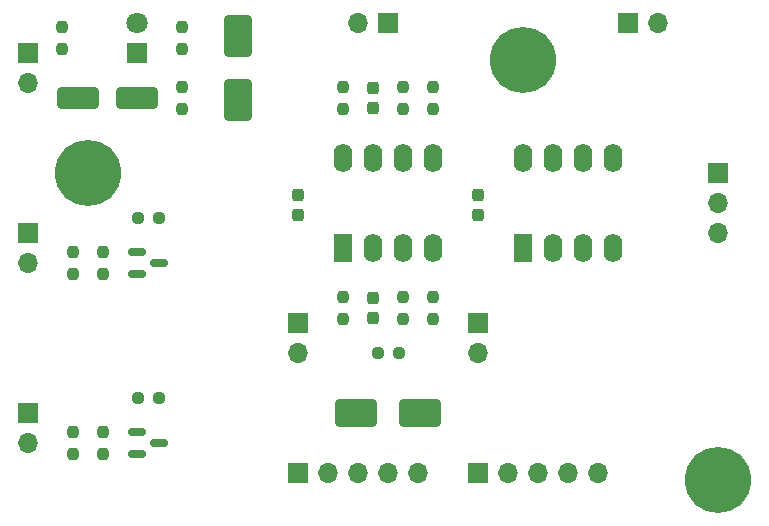
<source format=gbr>
%TF.GenerationSoftware,KiCad,Pcbnew,8.0.8*%
%TF.CreationDate,2025-02-24T19:59:05+00:00*%
%TF.ProjectId,jacks-n-dac,6a61636b-732d-46e2-9d64-61632e6b6963,rev?*%
%TF.SameCoordinates,Original*%
%TF.FileFunction,Soldermask,Top*%
%TF.FilePolarity,Negative*%
%FSLAX46Y46*%
G04 Gerber Fmt 4.6, Leading zero omitted, Abs format (unit mm)*
G04 Created by KiCad (PCBNEW 8.0.8) date 2025-02-24 19:59:05*
%MOMM*%
%LPD*%
G01*
G04 APERTURE LIST*
G04 Aperture macros list*
%AMRoundRect*
0 Rectangle with rounded corners*
0 $1 Rounding radius*
0 $2 $3 $4 $5 $6 $7 $8 $9 X,Y pos of 4 corners*
0 Add a 4 corners polygon primitive as box body*
4,1,4,$2,$3,$4,$5,$6,$7,$8,$9,$2,$3,0*
0 Add four circle primitives for the rounded corners*
1,1,$1+$1,$2,$3*
1,1,$1+$1,$4,$5*
1,1,$1+$1,$6,$7*
1,1,$1+$1,$8,$9*
0 Add four rect primitives between the rounded corners*
20,1,$1+$1,$2,$3,$4,$5,0*
20,1,$1+$1,$4,$5,$6,$7,0*
20,1,$1+$1,$6,$7,$8,$9,0*
20,1,$1+$1,$8,$9,$2,$3,0*%
G04 Aperture macros list end*
%ADD10RoundRect,0.237500X0.237500X-0.250000X0.237500X0.250000X-0.237500X0.250000X-0.237500X-0.250000X0*%
%ADD11R,1.800000X1.800000*%
%ADD12C,1.800000*%
%ADD13RoundRect,0.237500X-0.237500X0.250000X-0.237500X-0.250000X0.237500X-0.250000X0.237500X0.250000X0*%
%ADD14RoundRect,0.237500X0.237500X-0.300000X0.237500X0.300000X-0.237500X0.300000X-0.237500X-0.300000X0*%
%ADD15RoundRect,0.237500X0.250000X0.237500X-0.250000X0.237500X-0.250000X-0.237500X0.250000X-0.237500X0*%
%ADD16C,5.600000*%
%ADD17R,1.700000X1.700000*%
%ADD18O,1.700000X1.700000*%
%ADD19R,1.600000X2.400000*%
%ADD20O,1.600000X2.400000*%
%ADD21RoundRect,0.250000X-1.500000X-0.650000X1.500000X-0.650000X1.500000X0.650000X-1.500000X0.650000X0*%
%ADD22RoundRect,0.250000X-1.500000X-0.900000X1.500000X-0.900000X1.500000X0.900000X-1.500000X0.900000X0*%
%ADD23RoundRect,0.150000X-0.587500X-0.150000X0.587500X-0.150000X0.587500X0.150000X-0.587500X0.150000X0*%
%ADD24RoundRect,0.237500X-0.237500X0.300000X-0.237500X-0.300000X0.237500X-0.300000X0.237500X0.300000X0*%
%ADD25RoundRect,0.250000X-0.900000X1.500000X-0.900000X-1.500000X0.900000X-1.500000X0.900000X1.500000X0*%
G04 APERTURE END LIST*
D10*
%TO.C,R9*%
X114630000Y-55522500D03*
X114630000Y-53697500D03*
%TD*%
D11*
%TO.C,D2*%
X110820000Y-50800000D03*
D12*
X110820000Y-48260000D03*
%TD*%
D13*
%TO.C,R3*%
X133350000Y-71477500D03*
X133350000Y-73302500D03*
%TD*%
D14*
%TO.C,C2*%
X130810000Y-73252500D03*
X130810000Y-71527500D03*
%TD*%
D15*
%TO.C,R13*%
X132992500Y-76200000D03*
X131167500Y-76200000D03*
%TD*%
D16*
%TO.C,H1*%
X160000000Y-87000000D03*
%TD*%
D10*
%TO.C,R4*%
X128270000Y-55522500D03*
X128270000Y-53697500D03*
%TD*%
%TO.C,R6*%
X133350000Y-55522500D03*
X133350000Y-53697500D03*
%TD*%
%TO.C,R2*%
X135890000Y-73302500D03*
X135890000Y-71477500D03*
%TD*%
D14*
%TO.C,C4*%
X124460000Y-64526500D03*
X124460000Y-62801500D03*
%TD*%
D17*
%TO.C,J1*%
X139700000Y-86360000D03*
D18*
X142240000Y-86360000D03*
X144780000Y-86360000D03*
X147320000Y-86360000D03*
X149860000Y-86360000D03*
%TD*%
D15*
%TO.C,R8*%
X112672500Y-80010000D03*
X110847500Y-80010000D03*
%TD*%
D13*
%TO.C,R5*%
X135890000Y-53697500D03*
X135890000Y-55522500D03*
%TD*%
D14*
%TO.C,C3*%
X130810000Y-55472500D03*
X130810000Y-53747500D03*
%TD*%
D19*
%TO.C,U2*%
X143520000Y-67325000D03*
D20*
X146060000Y-67325000D03*
X148600000Y-67325000D03*
X151140000Y-67325000D03*
X151140000Y-59705000D03*
X148600000Y-59705000D03*
X146060000Y-59705000D03*
X143520000Y-59705000D03*
%TD*%
D17*
%TO.C,J9*%
X132080000Y-48260000D03*
D18*
X129540000Y-48260000D03*
%TD*%
D16*
%TO.C,H3*%
X143510000Y-51435000D03*
%TD*%
D21*
%TO.C,D3*%
X105780000Y-54610000D03*
X110780000Y-54610000D03*
%TD*%
D17*
%TO.C,J8*%
X124460000Y-73660000D03*
D18*
X124460000Y-76200000D03*
%TD*%
D13*
%TO.C,R7*%
X114630000Y-48617500D03*
X114630000Y-50442500D03*
%TD*%
D22*
%TO.C,D4*%
X129380000Y-81280000D03*
X134780000Y-81280000D03*
%TD*%
D17*
%TO.C,J6*%
X139700000Y-73660000D03*
D18*
X139700000Y-76200000D03*
%TD*%
D10*
%TO.C,R11*%
X107950000Y-84732500D03*
X107950000Y-82907500D03*
%TD*%
D17*
%TO.C,J2*%
X160020000Y-60960000D03*
D18*
X160020000Y-63500000D03*
X160020000Y-66040000D03*
%TD*%
D23*
%TO.C,Q2*%
X110822500Y-67630000D03*
X110822500Y-69530000D03*
X112697500Y-68580000D03*
%TD*%
D24*
%TO.C,C1*%
X139700000Y-62801500D03*
X139700000Y-64526500D03*
%TD*%
D17*
%TO.C,J4*%
X101600000Y-50800000D03*
D18*
X101600000Y-53340000D03*
%TD*%
D10*
%TO.C,R14*%
X105410000Y-69492500D03*
X105410000Y-67667500D03*
%TD*%
D13*
%TO.C,R1*%
X128270000Y-71477500D03*
X128270000Y-73302500D03*
%TD*%
D25*
%TO.C,D1*%
X119380000Y-49370000D03*
X119380000Y-54770000D03*
%TD*%
D15*
%TO.C,R16*%
X112672500Y-64770000D03*
X110847500Y-64770000D03*
%TD*%
D23*
%TO.C,Q1*%
X110822500Y-82870000D03*
X110822500Y-84770000D03*
X112697500Y-83820000D03*
%TD*%
D17*
%TO.C,J5*%
X101600000Y-81280000D03*
D18*
X101600000Y-83820000D03*
%TD*%
D17*
%TO.C,J3*%
X152400000Y-48260000D03*
D18*
X154940000Y-48260000D03*
%TD*%
D17*
%TO.C,J7*%
X124460000Y-86360000D03*
D18*
X127000000Y-86360000D03*
X129540000Y-86360000D03*
X132080000Y-86360000D03*
X134620000Y-86360000D03*
%TD*%
D10*
%TO.C,R15*%
X107950000Y-69492500D03*
X107950000Y-67667500D03*
%TD*%
D13*
%TO.C,R12*%
X104470000Y-48617500D03*
X104470000Y-50442500D03*
%TD*%
D10*
%TO.C,R10*%
X105410000Y-84732500D03*
X105410000Y-82907500D03*
%TD*%
D16*
%TO.C,H2*%
X106680000Y-60960000D03*
%TD*%
D17*
%TO.C,J10*%
X101600000Y-66040000D03*
D18*
X101600000Y-68580000D03*
%TD*%
D19*
%TO.C,U1*%
X128280000Y-67325000D03*
D20*
X130820000Y-67325000D03*
X133360000Y-67325000D03*
X135900000Y-67325000D03*
X135900000Y-59705000D03*
X133360000Y-59705000D03*
X130820000Y-59705000D03*
X128280000Y-59705000D03*
%TD*%
M02*

</source>
